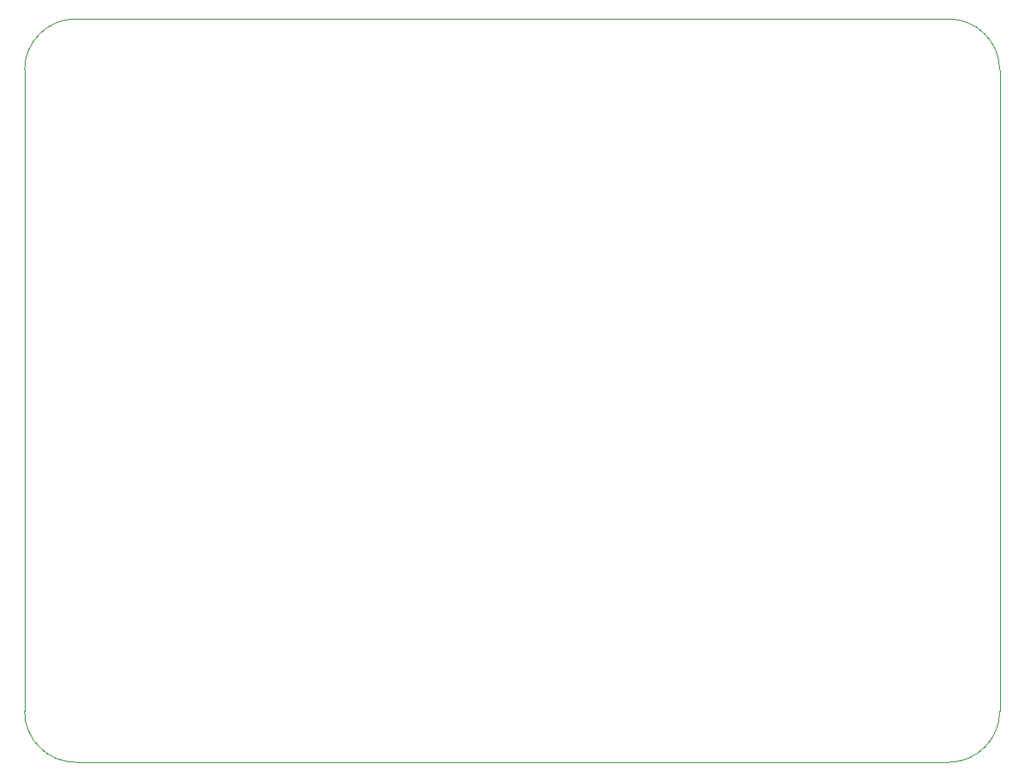
<source format=gbr>
G04*
G04 #@! TF.GenerationSoftware,Altium Limited,Altium Designer,25.3.3 (18)*
G04*
G04 Layer_Color=0*
%FSLAX44Y44*%
%MOMM*%
G71*
G04*
G04 #@! TF.SameCoordinates,99CC6AD0-2A63-4927-AC08-F09ED2D19244*
G04*
G04*
G04 #@! TF.FilePolarity,Positive*
G04*
G01*
G75*
%ADD29C,0.0254*%
D29*
X0Y76200D02*
Y711200D01*
D02*
G02*
X50800Y762000I50800J0D01*
G01*
X914400Y762000D01*
D02*
G02*
X965200Y711200I-0J-50800D01*
G01*
X965200Y76200D01*
D02*
G02*
X914400Y25400I-50800J0D01*
G01*
X50800Y25400D01*
D02*
G02*
X0Y76200I0J50800D01*
G01*
M02*

</source>
